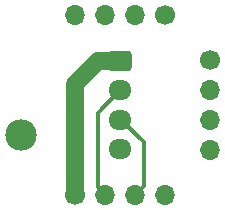
<source format=gbr>
%TF.GenerationSoftware,KiCad,Pcbnew,(6.0.1)*%
%TF.CreationDate,2022-02-07T22:37:26-05:00*%
%TF.ProjectId,PDB-B,5044422d-422e-46b6-9963-61645f706362,rev?*%
%TF.SameCoordinates,Original*%
%TF.FileFunction,Copper,L2,Bot*%
%TF.FilePolarity,Positive*%
%FSLAX46Y46*%
G04 Gerber Fmt 4.6, Leading zero omitted, Abs format (unit mm)*
G04 Created by KiCad (PCBNEW (6.0.1)) date 2022-02-07 22:37:26*
%MOMM*%
%LPD*%
G01*
G04 APERTURE LIST*
G04 Aperture macros list*
%AMRoundRect*
0 Rectangle with rounded corners*
0 $1 Rounding radius*
0 $2 $3 $4 $5 $6 $7 $8 $9 X,Y pos of 4 corners*
0 Add a 4 corners polygon primitive as box body*
4,1,4,$2,$3,$4,$5,$6,$7,$8,$9,$2,$3,0*
0 Add four circle primitives for the rounded corners*
1,1,$1+$1,$2,$3*
1,1,$1+$1,$4,$5*
1,1,$1+$1,$6,$7*
1,1,$1+$1,$8,$9*
0 Add four rect primitives between the rounded corners*
20,1,$1+$1,$2,$3,$4,$5,0*
20,1,$1+$1,$4,$5,$6,$7,0*
20,1,$1+$1,$6,$7,$8,$9,0*
20,1,$1+$1,$8,$9,$2,$3,0*%
G04 Aperture macros list end*
%TA.AperFunction,ComponentPad*%
%ADD10RoundRect,0.250000X-0.725000X0.600000X-0.725000X-0.600000X0.725000X-0.600000X0.725000X0.600000X0*%
%TD*%
%TA.AperFunction,ComponentPad*%
%ADD11O,1.950000X1.700000*%
%TD*%
%TA.AperFunction,ComponentPad*%
%ADD12C,2.667000*%
%TD*%
%TA.AperFunction,ComponentPad*%
%ADD13C,1.700000*%
%TD*%
%TA.AperFunction,ComponentPad*%
%ADD14O,1.700000X1.700000*%
%TD*%
%TA.AperFunction,Conductor*%
%ADD15C,1.524000*%
%TD*%
%TA.AperFunction,Conductor*%
%ADD16C,0.304800*%
%TD*%
G04 APERTURE END LIST*
D10*
X127000000Y-123250000D03*
D11*
X127000000Y-125750000D03*
X127000000Y-128250000D03*
X127000000Y-130750000D03*
D12*
X118618000Y-129540000D03*
D13*
X134620000Y-123190000D03*
D14*
X134620000Y-125730000D03*
X134620000Y-128270000D03*
X134620000Y-130810000D03*
D13*
X123190000Y-134620000D03*
D14*
X125730000Y-134620000D03*
X128270000Y-134620000D03*
X130810000Y-134620000D03*
D13*
X130810000Y-119380000D03*
D14*
X128270000Y-119380000D03*
X125730000Y-119380000D03*
X123190000Y-119380000D03*
D15*
X123190000Y-134620000D02*
X123190000Y-125222000D01*
X125162000Y-123250000D02*
X127000000Y-123250000D01*
X123190000Y-125222000D02*
X125162000Y-123250000D01*
D16*
X125730000Y-134620000D02*
X125095000Y-133985000D01*
X125095000Y-127655000D02*
X127000000Y-125750000D01*
X125095000Y-133985000D02*
X125095000Y-127655000D01*
X129032000Y-130175000D02*
X127107000Y-128250000D01*
X128270000Y-134620000D02*
X129032000Y-133858000D01*
X129032000Y-133858000D02*
X129032000Y-130175000D01*
X127107000Y-128250000D02*
X127000000Y-128250000D01*
M02*

</source>
